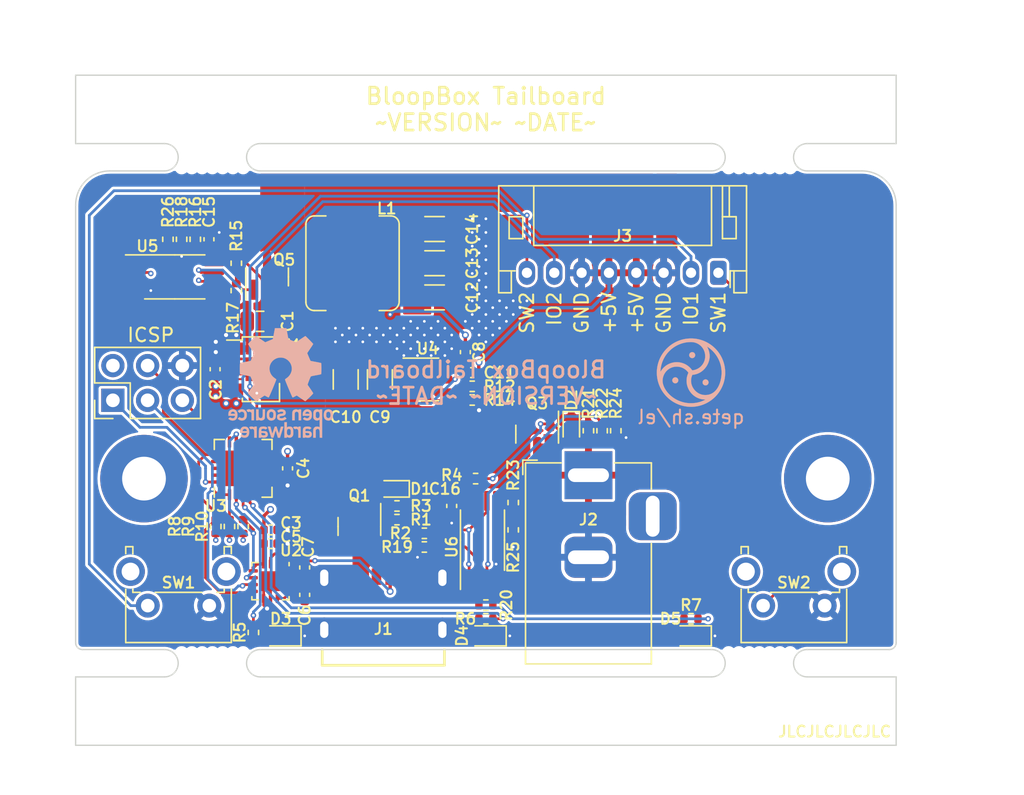
<source format=kicad_pcb>
(kicad_pcb (version 20211014) (generator pcbnew)
  (title_block (title "BloopBox Tailboard") (date "${DATE}") (rev "${VERSION}") (company "Qetesh"))
  (layers (0 "F.Cu" signal) (1 "In1.Cu" signal) (2 "In2.Cu" signal) (31 "B.Cu" signal) (34 "B.Paste" user) (35 "F.Paste" user) (36 "B.SilkS" user "B.Silkscreen") (37 "F.SilkS" user "F.Silkscreen") (38 "B.Mask" user) (39 "F.Mask" user) (44 "Edge.Cuts" user))
  (property "DATE" "~DATE~")
  (property "VERSION" "~VERSION~")
  (net 0 "")
  (net 1 "/CC1")
  (net 2 "VBUS")
  (net 3 "GND")
  (net 4 "/CC2")
  (net 5 "/Button1")
  (net 6 "/Button2")
  (net 7 "Net-(D4-Pad2)")
  (net 8 "Net-(D5-Pad2)")
  (net 9 "/DC-IN")
  (net 10 "+3V3")
  (net 11 "/Buck Regulator/BOOT")
  (net 12 "/Buck Regulator/SW")
  (net 13 "/Buck Regulator/FB")
  (net 14 "+5V")
  (net 15 "/USB-IN")
  (net 16 "/PD-Controller/MISO")
  (net 17 "/PD-Controller/SCL{slash}SCK")
  (net 18 "/PD-Controller/SDA{slash}MOSI")
  (net 19 "/PD-Controller/~{RESET}")
  (net 20 "/Buck Regulator/BPg")
  (net 21 "/PD-Controller/LED1")
  (net 22 "/PD-Controller/LED2")
  (net 23 "/PD-Controller/~{INT}")
  (net 24 "/Buck Regulator/BPfb")
  (net 25 "/Buck Regulator/BPctrl")
  (net 34 "Net-(D3-Pad2)")
  (net 35 "/PD-Controller/LED3")
  (net 37 "/IO1")
  (net 38 "/IO2")
  (net 39 "/Buck Regulator/TPSen")
  (net 40 "/Power Input Selector/USBg")
  (net 41 "/Power Input Selector/DCg")
  (net 42 "/Power Input Selector/USBctrl")
  (net 43 "/Power Input Selector/USBsense")
  (net 44 "/Power Input Selector/DCctrl")
  (net 45 "/Power Input Selector/DCsense")
  (net 46 "/Power Input Selector/Vref")
  (footprint "LED_SMD:LED_0603_1608Metric" (layer "F.Cu") (at 130 89 180)
    (fp_text reference "D3")
    (fp_text value "LED1")
  )
  (footprint "Capacitor_SMD:C_0402_1005Metric" (layer "F.Cu") (at 131.75 84 -90)
    (fp_text reference "C7")
    (fp_text value "470pF")
  )
  (footprint "Package_TO_SOT_SMD:SOT-23-6" (layer "F.Cu") (at 140.75 70.25)
    (fp_text reference "U4")
    (fp_text value "TPS54302")
  )
  (footprint "Resistor_SMD:R_0402_1005Metric" (layer "F.Cu") (at 128 88.75 -90)
    (fp_text reference "R5")
    (fp_text value "680R")
  )
  (footprint "Capacitor_SMD:C_1206_3216Metric" (layer "F.Cu") (at 141.25 64.25)
    (fp_text reference "C12")
    (fp_text value "22uF")
  )
  (footprint "Resistor_SMD:R_0402_1005Metric" (layer "F.Cu") (at 160 87.75 180)
    (fp_text reference "R7")
    (fp_text value "680R")
  )
  (footprint "Capacitor_SMD:C_1206_3216Metric" (layer "F.Cu") (at 134.75 70.25 90)
    (fp_text reference "C10")
    (fp_text value "10uF")
  )
  (footprint "Resistor_SMD:R_0402_1005Metric" (layer "F.Cu") (at 125.25 81 90)
    (fp_text reference "R8")
    (fp_text value "4k7")
  )
  (footprint "Connector_JST:JST_PH_S8B-PH-K_1x08_P2.00mm_Horizontal" (layer "F.Cu") (at 162 62.45 180)
    (fp_text reference "J3")
    (fp_text value "Mainboard")
  )
  (footprint "Resistor_SMD:R_0402_1005Metric" (layer "F.Cu") (at 152.5 74 -90)
    (fp_text reference "R21")
    (fp_text value "33k")
  )
  (footprint "Capacitor_SMD:C_0402_1005Metric" (layer "F.Cu") (at 143.5 68.25 90)
    (fp_text reference "C8")
    (fp_text value "100nF")
  )
  (footprint "LED_SMD:LED_0603_1608Metric" (layer "F.Cu") (at 160 89 180)
    (fp_text reference "D5")
    (fp_text value "LED3")
  )
  (footprint "Capacitor_SMD:C_0402_1005Metric" (layer "F.Cu") (at 130.5 76.75 -90)
    (fp_text reference "C4")
    (fp_text value "100nF")
  )
  (footprint "Resistor_SMD:R_0402_1005Metric" (layer "F.Cu") (at 140.5 81.5)
    (fp_text reference "R2")
    (fp_text value "47k")
  )
  (footprint "Capacitor_SMD:C_0402_1005Metric" (layer "F.Cu") (at 142.5 79.5 -90)
    (fp_text reference "C16")
    (fp_text value "100nF")
  )
  (footprint "Package_TO_SOT_SMD:SOT-23" (layer "F.Cu") (at 135.75 81 -90)
    (fp_text reference "Q1")
    (fp_text value "AO3401A")
  )
  (footprint "My_Footprints:JLCPCB_Tooling_Hole" (layer "F.Cu") (at 172.5 94.5)
    (fp_text reference "REF**" hide)
    (fp_text value "JLCPCB_Tooling_Hole")
  )
  (footprint "My_Footprints:JLCPCB_Tooling_Hole" (layer "F.Cu") (at 117.5 94.5)
    (fp_text reference "REF**" hide)
    (fp_text value "JLCPCB_Tooling_Hole")
  )
  (footprint "Capacitor_SMD:C_0402_1005Metric" (layer "F.Cu") (at 144 69.75)
    (fp_text reference "C11")
    (fp_text value "100pF")
  )
  (footprint "Resistor_SMD:R_0402_1005Metric" (layer "F.Cu") (at 126.25 81 90)
    (fp_text reference "R9")
    (fp_text value "4k7")
  )
  (footprint "Resistor_SMD:R_0402_1005Metric" (layer "F.Cu") (at 144.25 77.5 180)
    (fp_text reference "R4")
    (fp_text value "10k")
  )
  (footprint "Package_TO_SOT_SMD:SOT-23" (layer "F.Cu") (at 148.75 74.25 -90)
    (fp_text reference "Q3")
    (fp_text value "AO3401A")
  )
  (footprint "Capacitor_SMD:C_0402_1005Metric" (layer "F.Cu") (at 125.2 69.5 90)
    (fp_text reference "C2")
    (fp_text value "10uF")
  )
  (footprint "Capacitor_SMD:C_0402_1005Metric" (layer "F.Cu") (at 124.75 60 90)
    (fp_text reference "C15")
    (fp_text value "100nF")
  )
  (footprint "Panelization:mouse-bite-2x5mm-slot-onesided" (layer "F.Cu") (at 165 91)
    (fp_text reference "mouse-bite-2mm-slot" hide)
    (fp_text value "VAL**" hide)
    (fp_arc (start -3.5 -1) (mid -2.5 0) (end -3.5 1) (layer "Edge.Cuts") (width 0.1))
    (fp_arc (start 3.5 1) (mid 2.5 0) (end 3.5 -1) (layer "Edge.Cuts") (width 0.1))
  )
  (footprint "Resistor_SMD:R_0402_1005Metric" (layer "F.Cu") (at 126.75 63.75 90)
    (fp_text reference "R17")
    (fp_text value "10k")
  )
  (footprint "Capacitor_SMD:C_0402_1005Metric" (layer "F.Cu") (at 131.75 86 90)
    (fp_text reference "C6")
    (fp_text value "470pF")
  )
  (footprint "Resistor_SMD:R_0402_1005Metric" (layer "F.Cu") (at 147 79.25 -90)
    (fp_text reference "R23")
    (fp_text value "47k")
  )
  (footprint "Capacitor_SMD:C_1206_3216Metric" (layer "F.Cu") (at 141.25 59.25)
    (fp_text reference "C14")
    (fp_text value "22uF")
  )
  (footprint "Capacitor_SMD:C_0402_1005Metric" (layer "F.Cu") (at 129.25 81.25)
    (fp_text reference "C3")
    (fp_text value "1uF")
  )
  (footprint "Resistor_SMD:R_0402_1005Metric" (layer "F.Cu") (at 145 86.75 180)
    (fp_text reference "R20")
    (fp_text value "1M")
  )
  (footprint "Resistor_SMD:R_0402_1005Metric" (layer "F.Cu") (at 147 81.25 -90)
    (fp_text reference "R25")
    (fp_text value "47k")
  )
  (footprint "Resistor_SMD:R_0402_1005Metric" (layer "F.Cu") (at 144 70.75 180)
    (fp_text reference "R12")
    (fp_text value "150k")
  )
  (footprint "Capacitor_SMD:C_0402_1005Metric" (layer "F.Cu") (at 129.25 82.25)
    (fp_text reference "C5")
    (fp_text value "100nF")
  )
  (footprint "Resistor_SMD:R_0402_1005Metric" (layer "F.Cu") (at 145 87.75 180)
    (fp_text reference "R6")
    (fp_text value "680R")
  )
  (footprint "Panelization:mouse-bite-2x5mm-slot-onesided" (layer "F.Cu") (at 165 54 180)
    (fp_text reference "mouse-bite-2mm-slot" hide)
    (fp_text value "VAL**" hide)
    (fp_arc (start -3.5 -1) (mid -2.5 0) (end -3.5 1) (layer "Edge.Cuts") (width 0.1))
    (fp_arc (start 3.5 1) (mid 2.5 0) (end 3.5 -1) (layer "Edge.Cuts") (width 0.1))
  )
  (footprint "MountingHole:MountingHole_3.2mm_M3_Pad" (layer "F.Cu") (at 170 77.5)
    (fp_text reference "H2" hide)
    (fp_text value "MountingHole")
  )
  (footprint "Package_SO:TSSOP-8_4.4x3mm_P0.65mm" (layer "F.Cu") (at 144.75 82 90)
    (fp_text reference "U6")
    (fp_text value "LM393APWR")
  )
  (footprint "Resistor_SMD:R_0402_1005Metric" (layer "F.Cu") (at 144 71.75)
    (fp_text reference "R14")
    (fp_text value "20k")
  )
  (footprint "Package_DFN_QFN:QFN-20-1EP_4x4mm_P0.5mm_EP2.6x2.6mm" (layer "F.Cu") (at 127.25 76.75 90)
    (fp_text reference "U3")
    (fp_text value "ATtiny24A-MU")
  )
  (footprint "Connector_BarrelJack:BarrelJack_Horizontal" (layer "F.Cu") (at 152.5 77.25 90)
    (fp_text reference "J2")
    (fp_text value "Barrel_Jack")
  )
  (footprint "Package_SO:TSSOP-8_4.4x3mm_P0.65mm" (layer "F.Cu") (at 122.25 62.75)
    (fp_text reference "U5")
    (fp_text value "LM393APWR")
  )
  (footprint "Capacitor_SMD:C_0805_2012Metric" (layer "F.Cu") (at 128.5 66 180)
    (fp_text reference "C1")
    (fp_text value "10uF")
  )
  (footprint "Resistor_SMD:R_0402_1005Metric" (layer "F.Cu") (at 138.5 79.5 180)
    (fp_text reference "R3")
    (fp_text value "33k")
  )
  (footprint "Resistor_SMD:R_0402_1005Metric" (layer "F.Cu") (at 122.75 60 -90)
    (fp_text reference "R18")
    (fp_text value "22k")
  )
  (footprint "Panelization:mouse-bite-2x5mm-slot-onesided" (layer "F.Cu") (at 125 91)
    (fp_text reference "mouse-bite-2mm-slot" hide)
    (fp_text value "VAL**" hide)
    (fp_arc (start -3.5 -1) (mid -2.5 0) (end -3.5 1) (layer "Edge.Cuts") (width 0.1))
    (fp_arc (start 3.5 1) (mid 2.5 0) (end 3.5 -1) (layer "Edge.Cuts") (width 0.1))
  )
  (footprint "USB4125-GF-A_REVA2:GCT_USB4125-GF-A_REVA2" (layer "F.Cu") (at 137.5 87.75)
    (fp_text reference "J1")
    (fp_text value "USB_C_Receptacle_Power")
  )
  (footprint "Inductor_SMD:L_Bourns_SRP7028A_7.3x6.6mm" (layer "F.Cu") (at 135.25 61.75 90)
    (fp_text reference "L1")
    (fp_text value "6.8uH")
  )
  (footprint "Diode_SMD:D_SOD-523" (layer "F.Cu") (at 151.25 73.75 -90)
    (fp_text reference "D2")
    (fp_text value "LM5Z10VT1G")
  )
  (footprint "Connector_PinHeader_2.54mm:PinHeader_2x03_P2.54mm_Vertical" (layer "F.Cu") (at 117.725 71.775 90)
    (fp_text reference "J4" hide)
    (fp_text value "ICSP")
  )
  (footprint "Diode_SMD:D_SOD-523" (layer "F.Cu") (at 138.25 78.25 180)
    (fp_text reference "D1")
    (fp_text value "LM5Z10VT1G")
  )
  (footprint "Resistor_SMD:R_0402_1005Metric" (layer "F.Cu") (at 127.25 81 90)
    (fp_text reference "R10")
    (fp_text value "4k7")
  )
  (footprint "Capacitor_SMD:C_1206_3216Metric" (layer "F.Cu") (at 141.25 61.75)
    (fp_text reference "C13")
    (fp_text value "22uF")
  )
  (footprint "Resistor_SMD:R_0402_1005Metric" (layer "F.Cu") (at 153.5 74 90)
    (fp_text reference "R22")
    (fp_text value "47k")
  )
  (footprint "LED_SMD:LED_0603_1608Metric" (layer "F.Cu") (at 145 89 180)
    (fp_text reference "D4")
    (fp_text value "LED2")
  )
  (footprint "Package_DFN_QFN:WQFN-14-1EP_2.5x2.5mm_P0.5mm_EP1.45x1.45mm" (layer "F.Cu") (at 129.25 85 -90)
    (fp_text reference "U2")
    (fp_text value "FUSB302BMPX")
  )
  (footprint "Package_TO_SOT_SMD:SOT-89-3" (layer "F.Cu") (at 128.25 69.5)
    (fp_text reference "U1")
    (fp_text value "HT7533-1")
  )
  (footprint "My_Footprints:JLCPCB_Tooling_Hole" (layer "F.Cu") (at 172.5 50.5)
    (fp_text reference "REF**" hide)
    (fp_text value "JLCPCB_Tooling_Hole")
  )
  (footprint "Resistor_SMD:R_0402_1005Metric" (layer "F.Cu") (at 140.5 82.5 180)
    (fp_text reference "R19")
    (fp_text value "47k")
  )
  (footprint "Resistor_SMD:R_0402_1005Metric" (layer "F.Cu") (at 138.5 80.5)
    (fp_text reference "R1")
    (fp_text value "10k")
  )
  (footprint "Capacitor_SMD:C_1206_3216Metric" (layer "F.Cu") (at 137.25 70.25 90)
    (fp_text reference "C9")
    (fp_text value "10uF")
  )
  (footprint "Button_Switch_THT:SW_Tactile_SPST_Angled_PTS645Vx83-2LFS" (layer "F.Cu") (at 169.775 86.7875 180)
    (fp_text reference "SW2")
    (fp_text value "Button1")
  )
  (footprint "My_Footprints:JLCPCB_Tooling_Hole" (layer "F.Cu") (at 117.5 50.5)
    (fp_text reference "REF**" hide)
    (fp_text value "JLCPCB_Tooling_Hole")
  )
  (footprint "Panelization:mouse-bite-2x5mm-slot-onesided" (layer "F.Cu") (at 125 54 180)
    (fp_text reference "mouse-bite-2mm-slot" hide)
    (fp_text value "VAL**" hide)
    (fp_arc (start -3.5 -1) (mid -2.5 0) (end -3.5 1) (layer "Edge.Cuts") (width 0.1))
    (fp_arc (start 3.5 1) (mid 2.5 0) (end 3.5 -1) (layer "Edge.Cuts") (width 0.1))
  )
  (footprint "Resistor_SMD:R_0402_1005Metric" (layer "F.Cu") (at 126.75 61.75 -90)
    (fp_text reference "R15")
    (fp_text value "47k")
  )
  (footprint "Resistor_SMD:R_0402_1005Metric" (layer "F.Cu") (at 154.5 74 -90)
    (fp_text reference "R24")
    (fp_text value "47k")
  )
  (footprint "Resistor_SMD:R_0402_1005Metric" (layer "F.Cu") (at 123.75 60 90)
    (fp_text reference "R16")
    (fp_text value "13k")
  )
  (footprint "Package_TO_SOT_SMD:SOT-23" (layer "F.Cu") (at 129 62.75 90)
    (fp_text reference "Q5")
    (fp_text value "AO3401A")
  )
  (footprint "MountingHole:MountingHole_3.2mm_M3_Pad" (layer "F.Cu") (at 120 77.5)
    (fp_text reference "H1" hide)
    (fp_text value "MountingHole")
  )
  (footprint "Resistor_SMD:R_0402_1005Metric" (layer "F.Cu") (at 121.75 60 -90)
    (fp_text reference "R26")
    (fp_text value "1M")
  )
  (footprint "Button_Switch_THT:SW_Tactile_SPST_Angled_PTS645Vx83-2LFS" (layer "F.Cu") (at 124.775 86.7875 180)
    (fp_text reference "SW1")
    (fp_text value "Button2")
  )
  (footprint "My_Footprints:CutieMark5mmInverted" (layer "B.Cu") (at 160 69.75 180)
    (fp_text reference "G***" hide)
    (fp_text value "LOGO" hide)
  )
  (footprint "Symbol:OSHW-Logo_7.5x8mm_SilkScreen" (layer "B.Cu") (at 130 70.5 180)
    (fp_text reference "REF**" hide)
    (fp_text value "OSHW-Logo_7.5x8mm_SilkScreen" hide)
  )
  (gr_line (start 115 48) (end 175 48) (layer "Edge.Cuts") (width 0.1))
  (gr_line (start 161.5 90) (end 128.5 90) (layer "Edge.Cuts") (width 0.1))
  (gr_line (start 121.5 55) (end 117.5 55) (layer "Edge.Cuts") (width 0.1))
  (gr_line (start 168.5 92) (end 175 92) (layer "Edge.Cuts") (width 0.1))
  (gr_line (start 161.5 53) (end 128.5 53) (layer "Edge.Cuts") (width 0.1))
  (gr_line (start 115 53) (end 115 48) (layer "Edge.Cuts") (width 0.1))
  (gr_line (start 128.5 92) (end 161.5 92) (layer "Edge.Cuts") (width 0.1))
  (gr_line (start 128.5 55) (end 161.5 55) (layer "Edge.Cuts") (width 0.1))
  (gr_line (start 168.5 55) (end 172.5 55) (layer "Edge.Cuts") (width 0.1))
  (gr_arc (start 115 57.5) (mid 115.732233 55.732233) (end 117.5 55) (layer "Edge.Cuts") (width 0.1))
  (gr_arc (start 175 89.5) (mid 174.853553 89.853553) (end 174.5 90) (layer "Edge.Cuts") (width 0.1))
  (gr_line (start 115 92) (end 121.5 92) (layer "Edge.Cuts") (width 0.1))
  (gr_line (start 175 57.5) (end 175 89.5) (layer "Edge.Cuts") (width 0.1))
  (gr_line (start 175 48) (end 175 53) (layer "Edge.Cuts") (width 0.1))
  (gr_arc (start 115.5 90) (mid 115.146447 89.853553) (end 115 89.5) (layer "Edge.Cuts") (width 0.1))
  (gr_arc (start 172.5 55) (mid 174.267767 55.732233) (end 175 57.5) (layer "Edge.Cuts") (width 0.1))
  (gr_line (start 121.5 90) (end 115.5 90) (layer "Edge.Cuts") (width 0.1))
  (gr_line (start 115 89.5) (end 115 57.5) (layer "Edge.Cuts") (width 0.1))
  (gr_line (start 115 97) (end 115 92) (layer "Edge.Cuts") (width 0.1))
  (gr_line (start 168.5 90) (end 174.5 90) (layer "Edge.Cuts") (width 0.1))
  (gr_line (start 175 92) (end 175 97) (layer "Edge.Cuts") (width 0.1))
  (gr_line (start 121.5 53) (end 115 53) (layer "Edge.Cuts") (width 0.1))
  (gr_line (start 175 53) (end 168.5 53) (layer "Edge.Cuts") (width 0.1))
  (gr_line (start 175 97) (end 115 97) (layer "Edge.Cuts") (width 0.1))
  (gr_text "qete.sh/el" (at 160 73) (layer "B.SilkS") (effects (font (size 1 1)) (justify mirror)))
  (gr_text "${TITLE}\n${VERSION} ${DATE}" (at 145 70.5) (layer "B.SilkS") (effects (font (size 1.2 1.2) (thickness 0.2)) (justify mirror)))
  (gr_text "IO1" (at 160 63.75 90) (layer "F.SilkS") (effects (font (size 1 1)) (justify right)))
  (gr_text "IO2" (at 150 63.75 90) (layer "F.SilkS") (effects (font (size 1 1)) (justify right)))
  (gr_text "GND" (at 158 63.75 90) (layer "F.SilkS") (effects (font (size 1 1)) (justify right)))
  (gr_text "SW1" (at 162 63.75 90) (layer "F.SilkS") (effects (font (size 1 1)) (justify right)))
  (gr_text "JLCJLCJLCJLC" (at 170.5 96) (layer "F.SilkS") (effects (font (size 0.8 0.8))))
  (gr_text "GND" (at 152 63.75 90) (layer "F.SilkS") (effects (font (size 1 1)) (justify right)))
  (gr_text "+5V" (at 154 63.75 90) (layer "F.SilkS") (effects (font (size 1 1)) (justify right)))
  (gr_text "SW2" (at 148 63.75 90) (layer "F.SilkS") (effects (font (size 1 1)) (justify right)))
  (gr_text "+5V" (at 156 63.75 90) (layer "F.SilkS") (effects (font (size 1 1)) (justify right)))
  (gr_text "${TITLE}\n${VERSION} ${DATE}" (at 145 50.5) (layer "F.SilkS") (effects (font (size 1.2 1.2) (thickness 0.2))))
  (segment (start 136.52 86.48) (end 137 86) (width 0.2) (layer "F.Cu") (net 1))
  (segment (start 131.02 85.75) (end 130.5125 85.75) (width 0.2) (layer "F.Cu") (net 1))
  (segment (start 130.5125 85.99375) (end 130.5125 85.75) (width 0.2) (layer "F.Cu") (net 1))
  (segment (start 130.24375 86.2625) (end 130.5125 85.99375) (width 0.2) (layer "F.Cu") (net 1))
  (segment (start 137 86) (end 137 84.67) (width 0.2) (layer "F.Cu") (net 1))
  (segment (start 129.75 86.2625) (end 130.24375 86.2625) (width 0.2) (layer "F.Cu") (net 1))
  (segment (start 131.75 86.48) (end 131.02 85.75) (width 0.2) (layer "F.Cu") (net 1))
  (segment (start 131.75 86.48) (end 136.52 86.48) (width 0.2) (layer "F.Cu") (net 1))
  (segment (start 124.75 61.4125) (end 125.1125 61.775) (width 0.2) (layer "F.Cu") (net 2))
  (segment (start 129.25 83.3) (end 129.55 83) (width 0.2) (layer "F.Cu") (net 2))
  (segment (start 126.75 61.24) (end 126.99 61.24) (width 0.2) (layer "F.Cu") (net 2))
  (segment (start 132.25 81.277818) (end 132.425 81.102818) (width 0.2) (layer "F.Cu") (net 2))
  (segment (start 130.527818 83) (end 132.25 81.277818) (width 0.2) (layer "F.Cu") (net 2))
  (segment (start 124.75 60.48) (end 124.75 61.4125) (width 0.2) (layer "F.Cu") (net 2))
  (segment (start 126.99 61.24) (end 129.4375 63.6875) (width 0.2) (layer "F.Cu") (net 2))
  (segment (start 142.5 79.02) (end 143.6575 79.02) (width 0.2) (layer "F.Cu") (net 2))
  (segment (start 143.6575 79.02) (end 143.775 79.1375) (width 0.2) (layer "F.Cu") (net 2))
  (segment (start 123.75 60.51) (end 124.72 60.51) (width 0.2) (layer "F.Cu") (net 2))
  (segment (start 129.25 83.7375) (end 129.25 83.3) (width 0.2) (layer "F.Cu") (net 2))
  (segment (start 132.425 81.102818) (end 132.425 80.75) (width 0.2) (layer "F.Cu") (net 2))
  (segment (start 124.72 60.51) (end 124.75 60.48) (width 0.2) (layer "F.Cu") (net 2))
  (segment (start 124.75 60.48) (end 125.99 60.48) (width 0.2) (layer "F.Cu") (net 2))
  (segment (start 129.55 83) (end 130.527818 83) (width 0.2) (layer "F.Cu") (net 2))
  (segment (start 125.99 60.48) (end 126.75 61.24) (width 0.2) (layer "F.Cu") (net 2))
  (segment (start 129.4375 63.6875) (end 129.95 63.6875) (width 0.2) (layer "F.Cu") (net 2))
  (segment (start 130.5125 85.25) (end 129.5 85.25) (width 0.2) (layer "F.Cu") (net 3))
  (segment (start 122.75 60.51) (end 122.75 61.25) (width 0.2) (layer "F.Cu") (net 3))
  (segment (start 160.7875 89) (end 161.75 89) (width 0.2) (layer "F.Cu") (net 3))
  (segment (start 139.99 83.24) (end 140 83.25) (width 0.2) (layer "F.Cu") (net 3))
  (segment (start 124.75 59.52) (end 125.48 59.52) (width 0.2) (layer "F.Cu") (net 3))
  (segment (start 131.355686 85.52) (end 131.75 85.52) (width 0.2) (layer "F.Cu") (net 3))
  (segment (start 129.5 85.11) (end 129.25 84.86) (width 0.2) (layer "F.Cu") (net 3))
  (segment (start 145.7875 89) (end 146.75 89) (width 0.2) (layer "F.Cu") (net 3))
  (segment (start 129.175 76.75) (end 127.25 76.75) (width 0.25) (layer "F.Cu") (net 3))
  (segment (start 145.725 84.8625) (end 145.725 83.775) (width 0.2) (layer "F.Cu") (net 3))
  (segment (start 130 76.75) (end 130.25 77) (width 0.25) (layer "F.Cu") (net 3))
  (segment (start 147 81.76) (end 147 82.5) (width 0.2) (layer "F.Cu") (net 3))
  (segment (start 119.3875 63.725) (end 120.475 63.725) (width 0.2) (layer "F.Cu") (net 3))
  (segment (start 145.725 83.775) (end 145.75 83.75) (width 0.2) (layer "F.Cu") (net 3))
  (segment (start 128.75 86.75) (end 129 87) (width 0.2) (layer "F.Cu") (net 3))
  (segment (start 129.25 86.2625) (end 129.25 85) (width 0.2) (layer "F.Cu") (net 3))
  (segment (start 129.175 76.75) (end 130 76.75) (width 0.25) (layer "F.Cu") (net 3))
  (segment (start 133.26 84.67) (end 133.18 84.75) (width 0.25) (layer "F.Cu") (net 3))
  (segment (start 131.355685 84.48) (end 131.75 84.48) (width 0.2) (layer "F.Cu") (net 3))
  (segment (start 128.75 86.2625) (end 128.75 85.5) (width 0.2) (layer "F.Cu") (net 3))
  (segment (start 155.24 74.51) (end 155.25 74.5) (width 0.2) (layer "F.Cu") (net 3))
  (segment (start 130.5125 85.25) (end 131.085686 85.25) (width 0.2) (layer "F.Cu") (net 3))
  (segment (start 129.25 86.75) (end 129 87) (width 0.2) (layer "F.Cu") (net 3))
  (segment (start 142.5 79.98) (end 142.5 80.75) (width 0.2) (layer "F.Cu") (net 3))
  (segment (start 144.51 71.75) (end 144.51 72.49) (width 0.25) (layer "F.Cu") (net 3))
  (segment (start 129.5 84.75) (end 129.25 85) (width 0.2) (layer "F.Cu") (net 3))
  (segment (start 144.51 72.49) (end 144.5 72.5) (width 0.25) (layer "F.Cu") (net 3))
  (segment (start 129.73 81.25) (end 130.5 81.25) (width 0.25) (layer "F.Cu") (net 3))
  (segment (start 131.085686 85.25) (end 131.355686 85.52) (width 0.2) (layer "F.Cu") (net 3))
  (segment (start 139.99 82.5) (end 139.99 83.24) (width 0.2) (layer "F.Cu") (net 3))
  (segment (start 140.25 84.67) (end 141.74 84.67) (width 0.8) (layer "F.Cu") (net 3))
  (segment (start 129.25 86.2625) (end 129.25 86.75) (width 0.2) (layer "F.Cu") (net 3))
  (segment (start 129.73 82.25) (end 130.5 82.25) (width 0.25) (layer "F.Cu") (net 3))
  (segment (start 130.5125 84.75) (end 131.085685 84.75) (width 0.2) (layer "F.Cu") (net 3))
  (segment (start 128.75 85.5) (end 129.25 85) (width 0.2) (layer "F.Cu") (net 3))
  (segment (start 130.7875 89) (end 131.75 89) (width 0.2) (layer "F.Cu") (net 3))
  (segment (start 120.475 63.725) (end 120.5 63.75) (width 0.2) (layer "F.Cu") (net 3))
  (segment (start 130.5 77.23) (end 130.5 78) (width 0.25) (layer "F.Cu") (net 3))
  (segment (start 130.5125 84.75) (end 129.5 84.75) (width 0.2) (layer "F.Cu") (net 3))
  (segment (start 131.085685 84.75) (end 131.355685 84.48) (width 0.2) (layer "F.Cu") (net 3))
  (segment (start 129.5 84.61) (end 129.25 84.86) (width 0.2) (layer "F.Cu") (net 3))
  (segment (start 134.75 84.67) (end 133.26 84.67) (width 0.8) (layer "F.Cu") (net 3))
  (segment (start 141.74 84.67) (end 141.82 84.75) (width 0.25) (layer "F.Cu") (net 3))
  (segment (start 154.5 74.51) (end 155.24 74.51) (width 0.2) (layer "F.Cu") (net 3))
  (segment (start 129.5 85.25) (end 129.25 85) (width 0.2) (layer "F.Cu") (net 3))
  (segment (start 128.75 86.2625) (end 128.75 86.75) (width 0.2) (layer "F.Cu") (net 3))
  (segment (start 125.48 59.52) (end 125.5 59.5) (width 0.2) (layer "F.Cu") (net 3))
  (via (at 144 58.5) (size 0.4) (drill 0.2) (layers "F.Cu" "B.Cu") (net 3))
  (via (at 139.5 67) (size 0.4) (drill 0.2) (layers "F.Cu" "B.Cu") (net 3))
  (via (at 138 66.5) (size 0.4) (drill 0.2) (layers "F.Cu" "B.Cu") (net 3))
  (via (at 144.5 60) (size 0.4) (drill 0.2) (layers "F.Cu" "B.Cu") (net 3))
  (via (at 142.5 67) (size 0.4) (drill 0.2) (layers "F.Cu" "B.Cu") (net 3))
  (via (at 137 67.5) (size 0.4) (drill 0.2) (layers "F.Cu" "B.Cu") (net 3))
  (via (at 148 64.5) (size 0.4) (drill 0.2) (layers "F.Cu" "B.Cu") (net 3))
  (via (at 135 66.5) (size 0.4) (drill 0.2) (layers "F.Cu" "B.Cu") (net 3))
  (via (at 144 66.5) (size 0.4) (drill 0.2) (layers "F.Cu" "B.Cu") (net 3))
  (via (at 136.5 67) (size 0.4) (drill 0.2) (layers "F.Cu" "B.Cu") (net 3))
  (via (at 145 64.5) (size 0.4) (drill 0.2) (layers "F.Cu" "B.Cu") (net 3))
  (via (at 144.5 66) (size 0.4) (drill 0.2) (layers "F.Cu" "B.Cu") (net 3))
  (via (at 140 68.5) (size 0.4) (drill 0.2) (layers "F.Cu" "B.Cu") (net 3))
  (via (at 130.5 81.25) (size 0.5) (drill 0.3) (layers "F.Cu" "B.Cu") (net 3))
  (via (at 145.75 83.75) (size 0.4) (drill 0.2) (layers "F.Cu" "B.Cu") (net 3))
  (via (at 134 66.5) (size 0.4) (drill 0.2) (layers "F.Cu" "B.Cu") (net 3))
  (via (at 141 66.5) (size 0.4) (drill 0.2) (layers "F.Cu" "B.Cu") (net 3))
  (via (at 145 67.5) (size 0.4) (drill 0.2) (layers "F.Cu" "B.Cu") (net 3))
  (via (at 139 66.5) (size 0.4) (drill 0.2) (layers "F.Cu" "B.Cu") (net 3))
  (via (at 155.25 74.5) (size 0.4) (drill 0.2) (layers "F.Cu" "B.Cu") (net 3))
  (via (at 147 64.5) (size 0.4) (drill 0.2) (layers "F.Cu" "B.Cu") (net 3))
  (via (at 142 67.5) (size 0.4) (drill 0.2) (layers "F.Cu" "B.Cu") (net 3))
  (via (at 139 68.5) (size 0.4) (drill 0.2) (layers "F.Cu" "B.Cu") (net 3))
  (via (at 126.75 67) (size 0.5) (drill 0.3) (layers "F.Cu" "B.Cu") (net 3))
  (via (at 142.5 80.75) (size 0.4) (drill 0.2) (layers "F.Cu" "B.Cu") (net 3))
  (via (at 144.5 67) (size 0.4) (drill 0.2) (layers "F.Cu" "B.Cu") (net 3))
  (via (at 125.25 68.25) (size 0.5) (drill 0.3) (layers "F.Cu" "B.Cu") (net 3))
  (via (at 145.5 67) (size 0.4) (drill 0.2) (layers "F.Cu" "B.Cu") (net 3))
  (via (at 126 67) (size 0.5) (drill 0.3) (layers "F.Cu" "B.Cu") (net 3))
  (via (at 145 66.5) (size 0.4) (drill 0.2) (layers "F.Cu" "B.Cu") (net 3))
  (via (at 129 87) (size 0.5) (drill 0.3) (layers "F.Cu" "B.Cu") (net 3))
  (via (at 144.5 62) (size 0.4) (drill 0.2) (layers "F.Cu" "B.Cu") (net 3))
  (via (at 130.5 82.25) (size 0.5) (drill 0.3) (layers "F.Cu" "B.Cu") (net 3))
  (via (at 138 67.5) (size 0.4) (drill 0.2) (layers "F.Cu" "B.Cu") (net 3))
  (via (at 144 64.5) (size 0.4) (drill 0.2) (layers "F.Cu" "B.Cu") (net 3))
  (via (at 140.5 68) (size 0.4) (drill 0.2) (layers "F.Cu" "B.Cu") (net 3))
  (via (at 144 63.5) (size 0.4) (drill 0.2) (layers "F.Cu" "B.Cu") (net 3))
  (via (at 135.5 67) (size 0.4) (drill 0.2) (layers "F.Cu" "B.Cu") (net 3))
  (via (at 122.75 61.25) (size 0.4) (drill 0.2) (layers "F.Cu" "B.Cu") (net 3))
  (via (at 146 66.5) (size 0.4) (drill 0.2) (layers "F.Cu" "B.Cu") (net 3))
  (via (at 144.5 63) (size 0.4) (drill 0.2) (layers "F.Cu" "B.Cu") (net 3))
  (via (at 147.5 65) (size 0.4) (drill 0.2) (layers "F.Cu" "B.Cu") (net 3))
  (via (at 130.5 78) (size 0.5) (drill 0.3) (layers "F.Cu" "B.Cu") (net 3))
  (via (at 145.5 65) (size 0.4) (drill 0.2) (layers "F.Cu" "B.Cu") (net 3))
  (via (at 137 66.5) (size 0.4) (drill 0.2) (layers "F.Cu" "B.Cu") (net 3))
  (via (at 142 66.5) (size 0.4) (drill 0.2) (layers "F.Cu" "B.Cu") (net 3))
  (via (at 144.5 72.5) (size 0.5) (drill 0.3) (layers "F.Cu" "B.Cu") (net 3))
  (via (at 136 67.5) (size 0.4) (drill 0.2) (layers "F.Cu" "B.Cu") (net 3))
  (via (at 145 58.5) (size 0.4) (drill 0.2) (layers "F.Cu" "B.Cu") (net 3))
  (via (at 144.5 61) (size 0.4) (drill 0.2) (layers "F.Cu" "B.Cu") (net 3))
  (via (at 142 68.5) (size 0.4) (drill 0.2) (layers "F.Cu" "B.Cu") (net 3))
  (via (at 144 65.5) (size 0.4) (drill 0.2) (layers "F.Cu" "B.Cu") (net 3))
  (via (at 144 61.5) (size 0.4) (drill 0.2) (layers "F.Cu" "B.Cu") (net 3))
  (via (at 139 67.5) (size 0.4) (drill 0.2) (layers "F.Cu" "B.Cu") (net 3))
  (via (at 147 82.5) (size 0.4) (drill 0.2) (layers "F.Cu" "B.Cu") (net 3))
  (via (at 140.5 67) (size 0.4) (drill 0.2) (layers "F.Cu" "B.Cu") (net 3))
  (via (at 134.5 67) (size 0.4) (drill 0.2) (layers "F.Cu" "B.Cu") (net 3))
  (via (at 134 67.5) (size 0.4) (drill 0.2) (layers "F.Cu" "B.Cu") (net 3))
  (via (at 131.75 89) (size 0.4) (drill 0.2) (layers "F.Cu" "B.Cu") (net 3))
  (via (at 141.5 67) (size 0.4) (drill 0.2) (layers "F.Cu" "B.Cu") (net 3))
  (via (at 144.5 64) (size 0.4) (drill 0.2) (layers "F.Cu" "B.Cu") (net 3))
  (via (at 146.75 89) (size 0.4) (drill 0.2) (layers "F.Cu" "B.Cu") (net 3))
  (via (at 138.5 68) (size 0.4) (drill 0.2) (layers "F.Cu" "B.Cu") (net 3))
  (via (at 141 67.5) (size 0.4) (drill 0.2) (layers "F.Cu" "B.Cu") (net 3))
  (via (at 161.75 89) (size 0.4) (drill 0.2) (layers "F.Cu" "B.Cu") (net 3))
  (via (at 135 67.5) (size 0.4) (drill 0.2) (layers "F.Cu" "B.Cu") (net 3))
  (via (at 120.5 63.75) (size 0.4) (drill 0.2) (layers "F.Cu" "B.Cu") (net 3))
  (via (at 145 59.5) (size 0.4) (drill 0.2) (layers "F.Cu" "B.Cu") (net 3))
  (via (at 140 66.5) (size 0.4) (drill 0.2) (layers "F.Cu" "B.Cu") (net 3))
  (via (at 141.5 66) (size 0.4) (drill 0.2) (layers "F.Cu" "B.Cu") (net 3))
  (via (at 144.5 59) (size 0.4) (drill 0.2) (layers "F.Cu" "B.Cu") (net 3))
  (via (at 125.25 67.5) (size 0.5) (drill 0.3) (layers "F.Cu" "B.Cu") (net 3))
  (via (at 147 65.5) (size 0.4) (drill 0.2) (layers "F.Cu" "B.Cu") (net 3))
  (via (at 143.5 66) (size 0.4) (drill 0.2) (layers "F.Cu" "B.Cu") (net 3))
  (via (at 145 60.5) (size 0.4) (drill 0.2) (layers "F.Cu" "B.Cu") (net 3))
  (via (at 145 65.5) (size 0.4) (drill 0.2) (layers "F.Cu" "B.Cu") (net 3))
  (via (at 141.5 68) (size 0.4) (drill 0.2) (layers "F.Cu" "B.Cu") (net 3))
  (via (at 146 64.5) (size 0.4) (drill 0.2) (layers "F.Cu" "B.Cu") (net 3))
  (via (at 146.5 65) (size 0.4) (drill 0.2) (layers "F.Cu" "B.Cu") (net 3))
  (via (at 142.5 68) (size 0.4) (drill 0.2) (layers "F.Cu" "B.Cu") (net 3))
  (via (at 139.5 68) (size 0.4) (drill 0.2) (layers "F.Cu" "B.Cu") (net 3))
  (via (at 138.5 67) (size 0.4) (drill 0.2) (layers "F.Cu" "B.Cu") (net 3))
  (via (at 146 65.5) (size 0.4) (drill 0.2) (layers "F.Cu" "B.Cu") (net 3))
  (via (at 144 59.5) (size 0.4) (drill 0.2) (layers "F.Cu" "B.Cu") (net 3))
  (via (at 140 83.25) (size 0.4) (drill 0.2) (layers "F.Cu" "B.Cu") (net 3))
  (via (at 140 67.5) (size 0.4) (drill 0.2) (layers "F.Cu" "B.Cu") (net 3))
  (via (at 145 61.5) (size 0.4) (drill 0.2) (layers "F.Cu" "B.Cu") (net 3))
  (via (at 141 68.5) (size 0.4) (drill 0.2) (layers "F.Cu" "B.Cu") (net 3))
  (via (at 145 63.5) (size 0.4) (drill 0.2) (layers "F.Cu" "B.Cu") (net 3))
  (via (at 125.5 59.5) (size 0.4) (drill 0.2) (layers "F.Cu" "B.Cu") (net 3))
  (via (at 140.5 66) (size 0.4) (drill 0.2) (layers "F.Cu" "B.Cu") (net 3))
  (via (at 144 60.5) (size 0.4) (drill 0.2) (layers "F.Cu" "B.Cu") (net 3))
  (via (at 136 66.5) (size 0.4) (drill 0.2) (layers "F.Cu" "B.Cu") (net 3))
  (via (at 144.5 65) (size 0.4) (drill 0.2) (layers "F.Cu" "B.Cu") (net 3))
  (via (at 146.5 66) (size 0.4) (drill 0.2) (layers "F.Cu" "B.Cu") (net 3))
  (via (at 145.5 66) (size 0.4) (drill 0.2) (layers "F.Cu" "B.Cu") (net 3))
  (via (at 144.5 68) (size 0.4) (drill 0.2) (layers "F.Cu" "B.Cu") (net 3))
  (via (at 139.5 66) (size 0.4) (drill 0.2) (layers "F.Cu" "B.Cu") (net 3))
  (via (at 137.5 67) (size 0.4) (drill 0.2) (layers "F.Cu" "B.Cu") (net 3))
  (via (at 144 62.5) (size 0.4) (drill 0.2) (layers "F.Cu" "B.Cu") (net 3))
  (via (at 145 62.5) (size 0.4) (drill 0.2) (layers "F.Cu" "B.Cu") (net 3))
  (segment (start 131.02 84.25) (end 130.5125 84.25) (width 0.2) (layer "F.Cu") (net 4))
  (segment (start 129.75 83.7375) (end 130.24375 83.7375) (width 0.2) (layer "F.Cu") (net 4))
  (segment (start 131.75 83.52) (end 131.02 84.25) (width 0.2) (layer "F.Cu") (net 4))
  (segment (start 131.75 83.52) (end 132.48 83.52) (width 0.2) (layer "F.Cu") (net 4))
  (segment (start 132.48 83.52) (end 132.5 83.5) (width 0.2) (layer "F.Cu") (net 4))
  (segment (start 130.24375 83.7375) (end 130.5125 84.00625) (width 0.2) (layer "F.Cu") (net 4))
  (segment (start 130.5125 84.00625) (end 130.5125 84.25) (width 0.2) (layer "F.Cu") (net 4))
  (segment (start 138 84.67) (end 138 85.75) (width 0.25) (layer "F.Cu") (net 4))
  (via (at 138 85.75) (size 0.5) (drill 0.3) (layers "F.Cu" "B.Cu") (net 4))
  (via (at 132.5 83.5) (size 0.4) (drill 0.2) (layers "F.Cu" "B.Cu") (net 4))
  (segment (start 135.75 83.5) (end 138 85.75) (width 0.2) (layer "B.Cu") (net 4))
  (segment (start 132.5 83.5) (end 135.75 83.5) (width 0.2) (layer "B.Cu") (net 4))
  (segment (start 166.149999 85.912501) (end 166.149999 66.599999) (width 0.2) (layer "F.Cu") (net 5))
  (segment (start 165.275 86.7875) (end 166.149999 85.912501) (width 0.2) (layer "F.Cu") (net 5))
  (segment (start 166.149999 66.599999) (end 162 62.45) (width 0.2) (layer "F.Cu") (net 5))
  (segment (start 148 62.45) (end 148 58.25) (width 0.2) (layer "F.Cu") (net 6))
  (via (at 148 58.25) (size 0.4) (drill 0.2) (layers "F.Cu" "B.Cu") (net 6))
  (segment (start 116 58.25) (end 116 83.749936) (width 0.2) (layer "B.Cu") (net 6))
  (segment (start 145.949999 56.45) (end 117.8 56.45) (width 0.2) (layer "B.Cu") (net 6))
  (segment (start 119.037564 86.7875) (end 120.275 86.7875) (width 0.2) (layer "B.Cu") (net 6))
  (segment (start 116 83.749936) (end 119.037564 86.7875) (width 0.2) (layer "B.Cu") (net 6))
  (segment (start 147.75 58.25) (end 145.949999 56.45) (width 0.2) (layer "B.Cu") (net 6))
  (segment (start 148 58.25) (end 147.75 58.25) (width 0.2) (layer "B.Cu") (net 6))
  (segment (start 117.8 56.45) (end 116 58.25) (width 0.2) (layer "B.Cu") (net 6))
  (segment (start 144.2125 89) (end 144.2125 88.0275) (width 0.2) (layer "F.Cu") (net 7))
  (segment (start 144.2125 88.0275) (end 144.49 87.75) (width 0.2) (layer "F.Cu") (net 7))
  (segment (start 159.2125 89) (end 159.2125 88.0275) (width 0.2) (layer "F.Cu") (net 8))
  (segment (start 159.2125 88.0275) (end 159.49 87.75) (width 0.2) (layer "F.Cu") (net 8))
  (segment (start 128.77 81.25) (end 128.77 80.23) (width 0.25) (layer "F.Cu") (net 10))
  (segment (start 126.25 81.51) (end 126.25 82) (width 0.2) (layer "F.Cu") (net 10))
  (segment (start 120.425 62.425) (end 120.5 62.5) (width 0.2) (layer "F.Cu") (net 10))
  (segment (start 127.9875 84.00625) (end 128.25625 83.7375) (width 0.25) (layer "F.Cu") (net 10))
  (segment (start 128.77 82.25) (end 128.77 81.25) (width 0.25) (layer "F.Cu") (net 10))
  (segment (start 125.1125 63.075) (end 124.075 63.075) (width 0.2) (layer "F.Cu") (net 10))
  (segment (start 124.075 63.075) (end 124 63) (width 0.2) (layer "F.Cu") (net 10))
  (segment (start 127.25 81.51) (end 127.25 82) (width 0.2) (layer "F.Cu") (net 10))
  (segment (start 127.9875 84.25) (end 127.9875 84.00625) (width 0.25) (layer "F.Cu") (net 10))
  (segment (start 125.25 81.51) (end 125.25 82) (width 0.2) (layer "F.Cu") (net 10))
  (segment (start 129.175 76.25) (end 130.48 76.25) (width 0.25) (layer "F.Cu") (net 10))
  (segment (start 128.77 80.23) (end 129.25 79.75) (width 0.25) (layer "F.Cu") (net 10))
  (segment (start 119.3875 62.425) (end 120.425 62.425) (width 0.2) (layer "F.Cu") (net 10))
  (segment (start 128.75 82.27) (end 128.77 82.25) (width 0.25) (layer "F.Cu") (net 10))
  (segment (start 128.75 83.7375) (end 128.75 82.27) (width 0.25) (layer "F.Cu") (net 10))
  (segment (start 128.25625 83.7375) (end 128.75 83.7375) (width 0.25) (layer "F.Cu") (net 10))
  (segment (start 130.5 76.27) (end 130.5 75.5) (width 0.25) (layer "F.Cu") (net 10))
  (segment (start 130.48 76.25) (end 130.5 76.27) (width 0.25) (layer "F.Cu") (net 10))
  (via (at 130.5 75.5) (size 0.5) (drill 0.3) (layers "F.Cu" "B.Cu") (net 10))
  (via (at 126.75 72) (size 0.5) (drill 0.3) (layers "F.Cu" "B.Cu") (net 10))
  (via (at 126 72) (size 0.5) (drill 0.3) (layers "F.Cu" "B.Cu") (net 10))
  (via (at 127.25 82) (size 0.4) (drill 0.2) (layers "F.Cu" "B.Cu") (net 10))
  (via (at 126.25 82) (size 0.4) (drill 0.2) (layers "F.Cu" "B.Cu") (net 10))
  (via (at 129.25 79.75) (size 0.5) (drill 0.3) (layers "F.Cu" "B.Cu") (net 10))
  (via (at 125.25 82) (size 0.4) (drill 0.2) (layers "F.Cu" "B.Cu") (net 10))
  (via (at 125.25 70.75) (size 0.5) (drill 0.3) (layers "F.Cu" "B.Cu") (net 10))
  (via (at 125.25 71.5) (size 0.5) (drill 0.3) (layers "F.Cu" "B.Cu") (net 10))
  (via (at 124 63) (size 0.4) (drill 0.2) (layers "F.Cu" "B.Cu") (net 10))
  (via (at 120.5 62.5) (size 0.4) (drill 0.2) (layers "F.Cu" "B.Cu") (net 10))
  (segment (start 142.93 69.3) (end 141.8875 69.3) (width 0.25) (layer "F.Cu") (net 11))
  (segment (start 143.5 68.73) (end 142.93 69.3) (width 0.25) (layer "F.Cu") (net 11))
  (segment (start 143.5 67.77) (end 143.5 67) (width 0.25) (layer "F.Cu") (net 12))
  (via (at 143.5 67) (size 0.5) (drill 0.3) (layers "F.Cu" "B.Cu") (net 12))
  (via (at 138 65.5) (size 0.4) (drill 0.2) (layers "F.Cu" "B.Cu") (net 12))
  (segment (start 138 65.5) (end 138.25 65.25) (width 0.25) (layer "B.Cu") (net 12))
  (segment (start 138.25 65.25) (end 141.75 65.25) (width 0.25) (layer "B.Cu") (net 12))
  (segment (start 141.75 65.25) (end 143.5 67) (width 0.25) (layer "B.Cu") (net 12))
  (segment (start 143.52 70.72) (end 143.49 70.75) (width 0.25) (layer "F.Cu") (net 13))
  (segment (start 143 70.75) (end 142.55 71.2) (width 0.25) (layer "F.Cu") (net 13))
  (segment (start 142.55 71.2) (end 141.8875 71.2) (width 0.25) (layer "F.Cu") (net 13))
  (segment (start 143.52 69.75) (end 143.52 70.72) (width 0.25) (layer "F.Cu") (net 13))
  (segment (start 143.49 70.75) (end 143 70.75) (width 0.25) (layer "F.Cu") (net 13))
  (segment (start 143.49 71.75) (end 143.49 70.75) (width 0.25) (layer "F.Cu") (net 13))
  (segment (start 144.48 69.02) (end 144.5 69) (width 0.25) (layer "F.Cu") (net 14))
  (segment (start 144.51 70.75) (end 144.51 69.78) (width 0.25) (layer "F.Cu") (net 14))
  (segment (start 144.51 69.78) (end 144.48 69.75) (width 0.25) (layer "F.Cu") (net 14))
  (segment (start 144.48 69.75) (end 144.48 69.02) (width 0.25) (layer "F.Cu") (net 14))
  (via (at 144.5 69) (size 0.5) (drill 0.3) (layers "F.Cu" "B.Cu") (net 14))
  (segment (start 148.5 65) (end 152.75 65) (width 0.25) (layer "B.Cu") (net 14))
  (segment (start 152.75 65) (end 154 63.75) (width 0.25) (layer "B.Cu") (net 14))
  (segment (start 144.5 69) (end 148.5 65) (width 0.25) (layer "B.Cu") (net 14))
  (segment (start 154 63.75) (end 154 62.45) (width 0.25) (layer "B.Cu") (net 14))
  (segment (start 125.325 77.75) (end 124.5 77.75) (width 0.2) (layer "F.Cu") (net 16))
  (via (at 124.5 77.75) (size 0.4) (drill 0.2) (layers "F.Cu" "B.Cu") (net 16))
  (segment (start 121.674314 73.75) (end 119.7 73.75) (width 0.2) (layer "B.Cu") (net 16))
  (segment (start 124.5 76.575686) (end 121.674314 73.75) (width 0.2) (layer "B.Cu") (net 16))
  (segment (start 124.5 76.75) (end 124.5 76.575686) (width 0.2) (layer "B.Cu") (net 16))
  (segment (start 119.7 73.75) (end 117.725 71.775) (width 0.2) (layer "B.Cu") (net 16))
  (segment (start 124.5 77.75) (end 124.5 76.75) (width 0.2) (layer "B.Cu") (net 16))
  (segment (start 126.25 78.675) (end 125.4005 78.675) (width 0.2) (layer "F.Cu") (net 17))
  (segment (start 125.4005 78.675) (end 125 78.2745) (width 0.2) (layer "F.Cu") (net 17))
  (segment (start 126.25 78.925) (end 126.25 80.49) (width 0.2) (layer "F.Cu") (net 17))
  (segment (start 127.9875 85.25) (end 127.297809 85.25) (width 0.2) (layer "F.Cu") (net 17))
  (segment (start 127.297809 85.25) (end 127.20576 85.342049) (width 0.2) (layer "F.Cu") (net 17))
  (via (at 125 78.2745) (size 0.4) (drill 0.2) (layers "F.Cu" "B.Cu") (net 17))
  (via (at 127.20576 85.342049) (size 0.4) (drill 0.2) (layers "F.Cu" "B.Cu") (net 17))
  (segment (start 124.675 78.5995) (end 125 78.2745) (width 0.2) (layer "B.Cu") (net 17))
  (segment (start 125 76.51) (end 120.265 71.775) (width 0.2) (layer "B.Cu") (net 17))
  (segment (start 124.675 84.856689) (end 124.675 78.5995) (width 0.2) (layer "B.Cu") (net 17))
  (segment (start 125.465811 85.6475) (end 124.675 84.856689) (width 0.2) (layer "B.Cu") (net 17))
  (segment (start 127.20576 85.342049) (end 126.907951 85.342049) (width 0.2) (layer "B.Cu") (net 17))
  (segment (start 126.6025 85.6475) (end 125.465811 85.6475) (width 0.2) (layer "B.Cu") (net 17))
  (segment (start 125 76.51) (end 125 78.2745) (width 0.2) (layer "B.Cu") (net 17))
  (segment (start 126.907951 85.342049) (end 126.6025 85.6475) (width 0.2) (layer "B.Cu") (net 17))
  (segment (start 124 78.75) (end 124 76.25) (width 0.2) (layer "F.Cu") (net 18))
  (segment (start 124.5 75.75) (end 125.325 75.75) (width 0.2) (layer "F.Cu") (net 18))
  (segment (start 127.9875 85.75) (end 127.895451 85.842049) (width 0.2) (layer "F.Cu") (net 18))
  (segment (start 125.25 80.49) (end 125.25 80) (width 0.2) (layer "F.Cu") (net 18))
  (segment (start 124.5 81.24) (end 125.25 80.49) (width 0.2) (layer "F.Cu") (net 18))
  (segment (start 127.895451 85.842049) (end 125.592049 85.842049) (width 0.2) (layer "F.Cu") (net 18))
  (segment (start 121.415 70.385) (end 121.415 72.665) (width 0.2) (layer "F.Cu") (net 18))
  (segment (start 124.5 84.75) (end 124.5 81.24) (width 0.2) (layer "F.Cu") (net 18))
  (segment (start 121.415 72.665) (end 124.5 75.75) (width 0.2) (layer "F.Cu") (net 18))
  (segment (start 125.592049 85.842049) (end 124.5 84.75) (width 0.2) (layer "F.Cu") (net 18))
  (segment (start 124 76.25) (end 124.5 75.75) (width 0.2) (layer "F.Cu") (net 18))
  (segment (start 125.25 80) (end 124 78.75) (width 0.2) (layer "F.Cu") (net 18))
  (segment (start 120.265 69.235) (end 121.415 70.385) (width 0.2) (layer "F.Cu") (net 18))
  (segment (start 127.25 74.292893) (end 127.25 74) (width 0.2) (layer "F.Cu") (net 19))
  (segment (start 127.25 74) (end 126.75 73.5) (width 0.2) (layer "F.Cu") (net 19))
  (segment (start 126.75 73.5) (end 124.53 73.5) (width 0.2) (layer "F.Cu") (net 19))
  (segment (start 127.25 74.825) (end 127.25 74.25) (width 0.2) (layer "F.Cu") (net 19))
  (segment (start 124.53 73.5) (end 122.805 71.775) (width 0.2) (layer "F.Cu") (net 19))
  (segment (start 127.1975 63.6875) (end 126.75 63.24) (width 0.2) (layer "F.Cu") (net 20))
  (segment (start 126.75 62.26) (end 126.75 63.24) (width 0.2) (layer "F.Cu") (net 20))
  (segment (start 128.05 63.6875) (end 127.1975 63.6875) (width 0.2) (layer "F.Cu") (net 20))
  (segment (start 126.75 79.383426) (end 126.7495 79.383926) (width 0.2) (layer "F.Cu") (net 21))
  (segment (start 128 87.5) (end 128 88.24) (width 0.2) (layer "F.Cu") (net 21))
  (segment (start 126.75 78.675) (end 126.75 79.383426) (width 0.2) (layer "F.Cu") (net 21))
  (via (at 126.7495 79.383926) (size 0.4) (drill 0.2) (layers "F.Cu" "B.Cu") (net 21))
  (via (at 128 87.5) (size 0.4) (drill 0.2) (layers "F.Cu" "B.Cu") (net 21))
  (segment (start 126.7495 79.684521) (end 127.178936 80.113957) (width 0.2) (layer "B.Cu") (net 21))
  (segment (start 128 87.25) (end 128 87.5) (width 0.2) (layer "B.Cu") (net 21))
  (segment (start 128.5 81.292893) (end 128.5 86.75) (width 0.2) (layer "B.Cu") (net 21))
  (segment (start 127.321063 80.113957) (end 128.5 81.292893) (width 0.2) (layer "B.Cu") (net 21))
  (segment (start 126.7495 79.383926) (end 126.7495 79.684521) (width 0.2) (layer "B.Cu") (net 21))
  (segment (start 128.5 86.75) (end 128 87.25) (width 0.2) (layer "B.Cu") (net 21))
  (segment (start 127.178936 80.113957) (end 127.321063 80.113957) (width 0.2) (layer "B.Cu") (net 21))
  (segment (start 127.25 79.477914) (end 127.25 78.675) (width 0.2) (layer "F.Cu") (net 22))
  (segment (start 127.386043 79.613957) (end 127.25 79.477914) (width 0.2) (layer "F.Cu") (net 22))
  (segment (start 146.25 87.75) (end 145.51 87.75) (width 0.2) (layer "F.Cu") (net 22))
  (via (at 146.25 87.75) (size 0.4) (drill 0.2) (layers "F.Cu" "B.Cu") (net 22))
  (via (at 127.386043 79.613957) (size 0.4) (drill 0.2) (layers "F.Cu" "B.Cu") (net 22))
  (segment (start 128.9 85.65) (end 130.6 87.35) (width 0.2) (layer "B.Cu") (net 22))
  (segment (start 127.386749 79.613957) (end 128.9 81.127207) (width 0.2) (layer "B.Cu") (net 22))
  (segment (start 145.85 87.35) (end 146.25 87.75) (width 0.2) (layer "B.Cu") (net 22))
  (segment (start 127.386043 79.613957) (end 127.386749 79.613957) (width 0.2) (layer "B.Cu") (net 22))
  (segment (start 130.6 87.35) (end 145.85 87.35) (width 0.2) (layer "B.Cu") (net 22))
  (segment (start 128.9 81.127207) (end 128.9 85.65) (width 0.2) (layer "B.Cu") (net 22))
  (segment (start 128 81.24) (end 127.25 80.49) (width 0.2) (layer "F.Cu") (net 23))
  (segment (start 127.9875 84.75) (end 127.5 84.75) (width 0.2) (layer "F.Cu") (net 23))
  (segment (start 126.75 74.825) (end 126.75 74.25) (width 0.2) (layer "F.Cu") (net 23))
  (segment (start 128 81.5) (end 128 81.24) (width 0.2) (layer "F.Cu") (net 23))
  (via (at 127.5 84.75) (size 0.4) (drill 0.2) (layers "F.Cu" "B.Cu") (net 23))
  (via (at 126.75 74.25) (size 0.4) (drill 0.2) (layers "F.Cu" "B.Cu") (net 23))
  (via (at 128 81.5) (size 0.4) (drill 0.2) (layers "F.Cu" "B.Cu") (net 23))
  (segment (start 126.25 79.75) (end 126.25 74.75) (width 0.2) (layer "B.Cu") (net 23))
  (segment (start 128 81.5) (end 128 84.25) (width 0.2) (layer "B.Cu") (net 23))
  (segment (start 126.25 74.75) (end 126.75 74.25) (width 0.2) (layer "B.Cu") (net 23))
  (segment (start 128 84.25) (end 127.5 84.75) (width 0.2) (layer "B.Cu") (net 23))
  (segment (start 128 81.5) (end 126.25 79.75) (width 0.2) (layer "B.Cu") (net 23))
  (segment (start 118.76 59.49) (end 121.75 59.49) (width 0.2) (layer "F.Cu") (net 24))
  (segment (start 121.75 59.49) (end 122.75 59.49) (width 0.2) (layer "F.Cu") (net 24))
  (segment (start 118.25 62.590685) (end 118.25 60) (width 0.2) (layer "F.Cu") (net 24))
  (segment (start 119.3875 63.075) (end 118.734315 63.075) (width 0.2) (layer "F.Cu") (net 24))
  (segment (start 118.25 60) (end 118.76 59.49) (width 0.2) (layer "F.Cu") (net 24))
  (segment (start 122.75 59.49) (end 123.75 59.49) (width 0.2) (layer "F.Cu") (net 24))
  (segment (start 118.734315 63.075) (end 118.25 62.590685) (width 0.2) (layer "F.Cu") (net 24))
  (segment (start 121.75 61.457107) (end 121.75 60.51) (width 0.2) (layer "F.Cu") (net 25))
  (segment (start 125.1375 63.7) (end 126.19 63.7) (width 0.2) (layer "F.Cu") (net 25))
  (segment (start 125.1125 63.725) (end 124.017893 63.725) (width 0.2) (layer "F.Cu") (net 25))
  (segment (start 120.485 61.775) (end 121.75 60.51) (width 0.2) (layer "F.Cu") (net 25))
  (segment (start 126.19 63.7) (end 126.75 64.26) (width 0.2) (layer "F.Cu") (net 25))
  (segment (start 124.017893 63.725) (end 121.75 61.457107) (width 0.2) (layer "F.Cu") (net 25))
  (segment (start 119.3875 61.775) (end 120.485 61.775) (width 0.2) (layer "F.Cu") (net 25))
  (segment (start 129.2125 89) (end 128.26 89) (width 0.2) (layer "F.Cu") (net 34))
  (segment (start 128.26 89) (end 128 89.26) (width 0.2) (layer "F.Cu") (net 34))
  (segment (start 127.75 79.260181) (end 127.970557 79.480738) (width 0.2) (layer "F.Cu") (net 35))
  (segment (start 127.75 78.675) (end 127.75 79.260181) (width 0.2) (layer "F.Cu") (net 35))
  (segment (start 161.25 87.75) (end 160.51 87.75) (width 0.2) (layer "F.Cu") (net 35))
  (via (at 161.25 87.75) (size 0.4) (drill 0.2) (layers "F.Cu" "B.Cu") (net 35))
  (via (at 127.970557 79.480738) (size 0.4) (drill 0.2) (layers "F.Cu" "B.Cu") (net 35))
  (segment (start 129.3 80.961522) (end 129.3 82) (width 0.2) (layer "B.Cu") (net 35))
  (segment (start 129.3 85.484314) (end 130.765686 86.95) (width 0.2) (layer "B.Cu") (net 35))
  (segment (start 127.970557 79.632079) (end 129.3 80.961522) (width 0.2) (layer "B.Cu") (net 35))
  (segment (start 130.765686 86.95) (end 146.157107 86.95) (width 0.2) (layer "B.Cu") (net 35))
  (segment (start 146.957107 87.75) (end 161.25 87.75) (width 0.2) (layer "B.Cu") (net 35))
  (segment (start 127.970557 79.480738) (end 127.970557 79.632079) (width 0.2) (layer "B.Cu") (net 35))
  (segment (start 146.157107 86.95) (end 146.957107 87.75) (width 0.2) (layer "B.Cu") (net 35))
  (segment (start 129.3 82) (end 129.3 85.484314) (width 0.2) (layer "B.Cu") (net 35))
  (segment (start 127.75 70.766) (end 127.75 74.825) (width 0.2) (layer "F.Cu") (net 37))
  (via (at 127.75 70.766) (size 0.4) (drill 0.2) (layers "F.Cu" "B.Cu") (net 37))
  (segment (start 127.75 70.766) (end 127.75 62) (width 0.2) (layer "B.Cu") (net 37))
  (segment (start 127.75 62) (end 132.9 56.85) (width 0.2) (layer "B.Cu") (net 37))
  (segment (start 145.784314 56.85) (end 148.934314 60) (width 0.2) (layer "B.Cu") (net 37))
  (segment (start 148.934314 60) (end 158.75 60) (width 0.2) (layer "B.Cu") (net 37))
  (segment (start 160 61.25) (end 160 62.45) (width 0.2) (layer "B.Cu") (net 37))
  (segment (start 158.75 60) (end 160 61.25) (width 0.2) (layer "B.Cu") (net 37))
  (segment (start 132.9 56.85) (end 145.784314 56.85) (width 0.2) (layer "B.Cu") (net 37))
  (segment (start 128.25 74.825) (end 128.25 71.25) (width 0.2) (layer "F.Cu") (net 38))
  (via (at 128.25 71.25) (size 0.4) (drill 0.2) (layers "F.Cu" "B.Cu") (net 38))
  (segment (start 149.15 60.4) (end 150 61.25) (width 0.2) (layer "B.Cu") (net 38))
  (segment (start 148.768628 60.4) (end 149.15 60.4) (width 0.2) (layer "B.Cu") (net 38))
  (segment (start 133.065686 57.25) (end 145.618628 57.25) (width 0.2) (layer "B.Cu") (net 38))
  (segment (start 145.618628 57.25) (end 148.768628 60.4) (width 0.2) (layer "B.Cu") (net 38))
  (segment (start 128.25 71.25) (end 128.25 62.065686) (width 0.2) (layer "B.Cu") (net 38))
  (segment (start 128.25 62.065686) (end 133.065686 57.25) (width 0.2) (layer "B.Cu") (net 38))
  (segment (start 150 61.25) (end 150 62.45) (width 0.2) (layer "B.Cu") (net 38))
  (segment (start 124 62.25) (end 124.175 62.425) (width 0.2) (layer "F.Cu") (net 39))
  (segment (start 142.729226 70.25) (end 141.8875 70.25) (width 0.2) (layer "F.Cu") (net 39))
  (segment (start 142.743075 70.236151) (end 142.729226 70.25) (width 0.2) (layer "F.Cu") (net 39))
  (segment (start 124.175 62.425) (end 125.1125 62.425) (width 0.2) (layer "F.Cu") (net 39))
  (via (at 124 62.25) (size 0.4) (drill 0.2) (layers "F.Cu" "B.Cu") (net 39))
  (via (at 142.743075 70.236151) (size 0.4) (drill 0.2) (layers "F.Cu" "B.Cu") (net 39))
  (segment (start 127.325 70) (end 127.325 63.825) (width 0.2) (layer "B.Cu") (net 39))
  (segment (start 129.75 72) (end 128.25 72) (width 0.2) (layer "B.Cu") (net 39))
  (segment (start 128.25 72) (end 127.541 71.291) (width 0.2) (layer "B.Cu") (net 39))
  (segment (start 127.541 71.291) (end 127.532537 71.291) (width 0.2) (layer "B.Cu") (net 39))
  (segment (start 140.979226 72) (end 129.75 72) (width 0.2) (layer "B.Cu") (net 39))
  (segment (start 142.743075 70.236151) (end 140.979226 72) (width 0.2) (layer "B.Cu") (net 39))
  (segment (start 127.225 70.983463) (end 127.225 70.1) (width 0.2) (layer "B.Cu") (net 39))
  (segment (start 125.75 62.25) (end 124 62.25) (width 0.2) (layer "B.Cu") (net 39))
  (segment (start 127.325 63.825) (end 125.75 62.25) (width 0.2) (layer "B.Cu") (net 39))
  (segment (start 127.532537 71.291) (end 127.225 70.983463) (width 0.2) (layer "B.Cu") (net 39))
  (segment (start 127.225 70.1) (end 127.325 70) (width 0.2) (layer "B.Cu") (net 39))
  (segment (start 137.0625 80.0625) (end 136.7 80.0625) (width 0.2) (layer "F.Cu") (net 40))
  (segment (start 137.55 78.25) (end 137.55 79.06) (width 0.2) (layer "F.Cu") (net 40))
  (segment (start 137.5 80.5) (end 137.0625 80.0625) (width 0.2) (layer "F.Cu") (net 40))
  (segment (start 137.99 80.5) (end 137.99 79.5) (width 0.2) (layer "F.Cu") (net 40))
  (segment (start 137.99 80.5) (end 137.5 80.5) (width 0.2) (layer "F.Cu") (net 40))
  (segment (start 137.55 79.06) (end 137.99 79.5) (width 0.2) (layer "F.Cu") (net 40))
  (segment (start 149.5125 73.5) (end 149.7 73.3125) (width 0.2) (layer "F.Cu") (net 41))
  (segment (start 152.44 74.45) (end 152.5 74.51) (width 0.2) (layer "F.Cu") (net 41))
  (segment (start 144.76 77.5) (end 145.5 77.5) (width 0.2) (layer "F.Cu") (net 41))
  (segment (start 150.8375 74.45) (end 149.7 73.3125) (width 0.2) (layer "F.Cu") (net 41))
  (segment (start 151.25 74.45) (end 152.44 74.45) (width 0.2) (layer "F.Cu") (net 41))
  (segment (start 149 73.5) (end 149.5125 73.5) (width 0.2) (layer "F.Cu") (net 41))
  (segment (start 151.25 74.45) (end 150.8375 74.45) (width 0.2) (layer "F.Cu") (net 41))
  (via (at 145.5 77.5) (size 0.4) (drill 0.2) (layers "F.Cu" "B.Cu") (net 41))
  (via (at 149 73.5) (size 0.4) (drill 0.2) (layers "F.Cu" "B.Cu") (net 41))
  (segment (start 145.5 77.5) (end 149 74) (width 0.2) (layer "B.Cu") (net 41))
  (segment (start 149 74) (end 149 73.5) (width 0.2) (layer "B.Cu") (net 41))
  (segment (start 143.775 84.8625) (end 143.775 83.775) (width 0.2) (layer "F.Cu") (net 42))
  (segment (start 143.775 86.035) (end 144.49 86.75) (width 0.2) (layer "F.Cu") (net 42))
  (segment (start 143.775 84.8625) (end 143.775 86.035) (width 0.2) (layer "F.Cu") (net 42))
  (segment (start 141.542893 80.5) (end 142.292893 81.25) (width 0.2) (layer "F.Cu") (net 42))
  (segment (start 139.01 80.5) (end 141.542893 80.5) (width 0.2) (layer "F.Cu") (net 42))
  (segment (start 143.775 83.775) (end 143.75 83.75) (width 0.2) (layer "F.Cu") (net 42))
  (segment (start 145.075 79.925) (end 143.75 81.25) (width 0.2) (layer "F.Cu") (net 42))
  (segment (start 142.292893 81.25) (end 143.75 81.25) (width 0.2) (layer "F.Cu") (net 42))
  (segment (start 145.075 79.1375) (end 145.075 79.925) (width 0.2) (layer "F.Cu") (net 42))
  (via (at 143.75 83.75) (size 0.4) (drill 0.2) (layers "F.Cu" "B.Cu") (net 42))
  (via (at 143.75 81.25) (size 0.4) (drill 0.2) (layers "F.Cu" "B.Cu") (net 42))
  (segment (start 143.75 83.75) (end 143.75 81.25) (width 0.2) (layer "B.Cu") (net 42))
  (segment (start 143.5 82.5) (end 144.425 83.425) (width 0.2) (layer "F.Cu") (net 43))
  (segment (start 141.01 81.5) (end 141.01 82.5) (width 0.2) (layer "F.Cu") (net 43))
  (segment (start 141.01 82.5) (end 143.5 82.5) (width 0.2) (layer "F.Cu") (net 43))
  (segment (start 144.425 83.425) (end 144.425 84.8625) (width 0.2) (layer "F.Cu") (net 43))
  (segment (start 143.74 77.5) (end 144.425 78.185) (width 0.2) (layer "F.Cu") (net 44))
  (segment (start 144.425 78.185) (end 144.425 79.1375) (width 0.2) (layer "F.Cu") (net 44))
  (segment (start 153.5 73.415446) (end 153.5 73.49) (width 0.2) (layer "F.Cu") (net 45))
  (segment (start 145.075 86.315) (end 145.075 84.8625) (width 0.2) (layer "F.Cu") (net 45))
  (segment (start 145.51 86.75) (end 145.075 86.315) (width 0.2) (layer "F.Cu") (net 45))
  (segment (start 145.075 83.825497) (end 145.150497 83.75) (width 0.2) (layer "F.Cu") (net 45))
  (segment (start 154.5 73.49) (end 153.5 73.49) (width 0.2) (layer "F.Cu") (net 45))
  (segment (start 145.075 84.8625) (end 145.075 83.825497) (width 0.2) (layer "F.Cu") (net 45))
  (segment (start 153.039753 72.955199) (end 153.5 73.415446) (width 0.2) (layer "F.Cu") (net 45))
  (via (at 153.039753 72.955199) (size 0.4) (drill 0.2) (layers "F.Cu" "B.Cu") (net 45))
  (via (at 145.150497 83.75) (size 0.4) (drill 0.2) (layers "F.Cu" "B.Cu") (net 45))
  (segment (start 150.794801 72.955199) (end 153.039753 72.955199) (width 0.2) (layer "B.Cu") (net 45))
  (segment (start 145.150497 83.75) (end 145.150497 78.599503) (width 0.2) (layer "B.Cu") (net 45))
  (segment (start 145.150497 78.599503) (end 150.794801 72.955199) (width 0.2) (layer "B.Cu") (net 45))
  (segment (start 147 79.76) (end 147 80.74) (width 0.2) (layer "F.Cu") (net 46))
  (segment (start 145.725 79.1375) (end 146.3775 79.1375) (width 0.2) (layer "F.Cu") (net 46))
  (segment (start 146.3775 79.1375) (end 147 79.76) (width 0.2) (layer "F.Cu") (net 46))
  (zone (net 3) (net_name "GND") (layer "F.Cu") (priority 2) (connect_pads (clearance 0.2)) (min_thickness 0.127) (fill yes (thermal_gap 0.25) (thermal_bridge_width 0.5))
    (polygon (pts (xy 159 69.25) (xy 145.25 69.25) (xy 145.25 72) (xy 140.25 72) (xy 140.25 69.75) (xy 133.5 69.75) (xy 133.5 55) (xy 159 55)))
  )
  (zone (net 10) (net_name "+3V3") (layer "F.Cu") (connect_pads (clearance 0.2)) (min_thickness 0.127) (fill yes (thermal_gap 0.25) (thermal_bridge_width 0.5))
    (polygon (pts (xy 127.75 72.5) (xy 124.75 72.5) (xy 124.75 69.75) (xy 127.75 69.75)))
  )
  (zone (net 2) (net_name "VBUS") (layer "F.Cu") (priority 3) (connect_pads (clearance 0.2)) (min_thickness 0.127) (fill yes (thermal_gap 0.25) (thermal_bridge_width 0.5))
    (polygon (pts (xy 133.25 74.75) (xy 128 74.75) (xy 128 62.75) (xy 133.25 62.75)))
  )
  (zone (net 2) (net_name "VBUS") (layer "F.Cu") (priority 1) (connect_pads (clearance 0.2)) (min_thickness 0.127) (fill yes (thermal_gap 0.25) (thermal_bridge_width 0.5))
    (polygon (pts (xy 159 81) (xy 132.25 81) (xy 132.25 69.25) (xy 159 69.25)))
  )
  (zone (net 14) (net_name "+5V") (layer "F.Cu") (priority 2) (connect_pads (clearance 0.2)) (min_thickness 0.127) (fill yes (thermal_gap 0.25) (thermal_bridge_width 0.5))
    (polygon (pts (xy 131.75 62.75) (xy 128.5 62.75) (xy 128.5 55) (xy 131.75 55)))
  )
  (zone (net 15) (net_name "/USB-IN") (layer "F.Cu") (priority 5) (connect_pads (clearance 0.2)) (min_thickness 0.127) (fill yes (thermal_gap 0.25) (thermal_bridge_width 0.5))
    (polygon (pts (xy 140.25 85.25) (xy 135.25 85.25) (xy 135.25 81) (xy 140.25 81)))
  )
  (zone (net 12) (net_name "/Buck Regulator/SW") (layer "F.Cu") (priority 4) (connect_pads (clearance 0.2)) (min_thickness 0.127) (fill yes (thermal_gap 0.25) (thermal_bridge_width 0.5))
    (polygon (pts (xy 138.75 66) (xy 133.5 66) (xy 133.5 69.75) (xy 140.25 69.75) (xy 140.25 70.75) (xy 131.75 70.75) (xy 131.75 61.75) (xy 138.75 61.75)))
  )
  (zone (net 9) (net_name "/DC-IN") (layer "F.Cu") (priority 5) (connect_pads (clearance 0.2)) (min_thickness 0.127) (fill yes (thermal_gap 0.25) (thermal_bridge_width 0.5))
    (polygon (pts (xy 155.5 80.25) (xy 148.25 80.25) (xy 148.25 74.25) (xy 152.5 74.25) (xy 153.5 74.25) (xy 155.5 74.25)))
  )
  (zone (net 3) (net_name "GND") (layer "F.Cu") (priority 1) (connect_pads (clearance 0.2)) (min_thickness 0.127) (fill yes (thermal_gap 0.2) (thermal_bridge_width 0.5))
    (polygon (pts (xy 128 69.25) (xy 124.75 69.25) (xy 124.75 64.5) (xy 128 64.5)))
  )
  (zone (net 14) (net_name "+5V") (layer "F.Cu") (priority 3) (connect_pads (clearance 0.2)) (min_thickness 0.127) (fill yes (thermal_gap 0.25) (thermal_bridge_width 0.5))
    (polygon (pts (xy 157.25 64) (xy 152.75 64) (xy 152.75 58) (xy 147.25 58) (xy 145.5 58) (xy 141 58) (xy 141 65.5) (xy 138.75 65.5) (xy 138.75 61.75) (xy 131.75 61.75) (xy 131.75 55) (xy 157.25 55)))
  )
  (zone (net 3) (net_name "GND") (layers "In1.Cu" "B.Cu") (connect_pads (clearance 0.2)) (min_thickness 0.127) (fill yes (thermal_gap 0.25) (thermal_bridge_width 0.5))
    (polygon (pts (xy 175 90) (xy 115 90) (xy 115 55) (xy 175 55)))
  )
)
</source>
